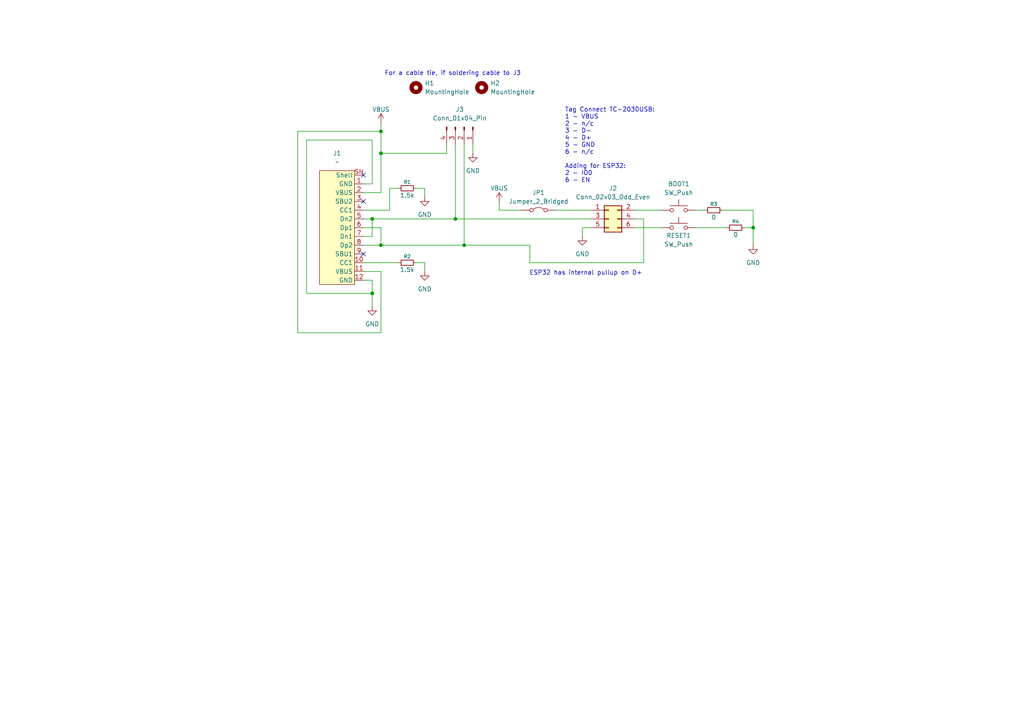
<source format=kicad_sch>
(kicad_sch (version 20250114) (generator "eeschema") (generator_version "9.0")
  (paper "A4")
  (lib_symbols
    (symbol "Connector:Conn_01x04_Pin" (pin_names (offset 1.016) (hide yes))
      (property "Reference" "J" (at 0 5.08 0))
      (property "Value" "Conn_01x04_Pin" (at 0 -7.62 0))
      (symbol "Conn_01x04_Pin_1_1"
        (rectangle (start 0.8636 2.667) (end 0 2.413) (stroke (width 0.1524)) (fill (type outline)))
        (rectangle (start 0.8636 0.127) (end 0 -0.127) (stroke (width 0.1524)) (fill (type outline)))
        (rectangle (start 0.8636 -2.413) (end 0 -2.667) (stroke (width 0.1524)) (fill (type outline)))
        (rectangle (start 0.8636 -4.953) (end 0 -5.207) (stroke (width 0.1524)) (fill (type outline)))
        (polyline (pts (xy 1.27 2.54) (xy 0.8636 2.54)) (stroke (width 0.1524)))
        (polyline (pts (xy 1.27 0) (xy 0.8636 0)) (stroke (width 0.1524)))
        (polyline (pts (xy 1.27 -2.54) (xy 0.8636 -2.54)) (stroke (width 0.1524)))
        (polyline (pts (xy 1.27 -5.08) (xy 0.8636 -5.08)) (stroke (width 0.1524)))
        (pin passive line (at 5.08 2.54 180) (length 3.81) (name "Pin_1") (number "1"))
        (pin passive line (at 5.08 0 180) (length 3.81) (name "Pin_2") (number "2"))
        (pin passive line (at 5.08 -2.54 180) (length 3.81) (name "Pin_3") (number "3"))
        (pin passive line (at 5.08 -5.08 180) (length 3.81) (name "Pin_4") (number "4"))
      )
    )
    (symbol "Connector_Generic:Conn_02x03_Odd_Even" (pin_names (offset 1.016) (hide yes))
      (property "Reference" "J" (at 1.27 5.08 0))
      (property "Value" "Conn_02x03_Odd_Even" (at 1.27 -5.08 0))
      (symbol "Conn_02x03_Odd_Even_1_1"
        (rectangle (start -1.27 3.81) (end 3.81 -3.81) (stroke (width 0.254)) (fill (type background)))
        (rectangle (start -1.27 2.667) (end 0 2.413) (stroke (width 0.1524)))
        (rectangle (start -1.27 0.127) (end 0 -0.127) (stroke (width 0.1524)))
        (rectangle (start -1.27 -2.413) (end 0 -2.667) (stroke (width 0.1524)))
        (rectangle (start 3.81 2.667) (end 2.54 2.413) (stroke (width 0.1524)))
        (rectangle (start 3.81 0.127) (end 2.54 -0.127) (stroke (width 0.1524)))
        (rectangle (start 3.81 -2.413) (end 2.54 -2.667) (stroke (width 0.1524)))
        (pin passive line (at -5.08 2.54 0) (length 3.81) (name "Pin_1") (number "1"))
        (pin passive line (at -5.08 0 0) (length 3.81) (name "Pin_3") (number "3"))
        (pin passive line (at -5.08 -2.54 0) (length 3.81) (name "Pin_5") (number "5"))
        (pin passive line (at 7.62 2.54 180) (length 3.81) (name "Pin_2") (number "2"))
        (pin passive line (at 7.62 0 180) (length 3.81) (name "Pin_4") (number "4"))
        (pin passive line (at 7.62 -2.54 180) (length 3.81) (name "Pin_6") (number "6"))
      )
    )
    (symbol "Device:R_Small" (pin_numbers (hide yes)) (pin_names (offset 0.254) (hide yes))
      (property "Reference" "R" (at 0 0 90))
      (property "Value" "R_Small" (at 1.778 0 90))
      (symbol "R_Small_0_1"
        (rectangle (start -0.762 1.778) (end 0.762 -1.778) (stroke (width 0.2032)))
      )
      (symbol "R_Small_1_1"
        (pin passive line (at 0 2.54 270) (length 0.762) (name "~") (number "1"))
        (pin passive line (at 0 -2.54 90) (length 0.762) (name "~") (number "2"))
      )
    )
    (symbol "Jumper:Jumper_2_Bridged" (pin_numbers (hide yes)) (pin_names (offset 0) (hide yes))
      (property "Reference" "JP" (at 0 1.905 0))
      (property "Value" "Jumper_2_Bridged" (at 0 -2.54 0))
      (symbol "Jumper_2_Bridged_0_0"
        (circle (center -2.032 0) (radius 0.508))
        (circle (center 2.032 0) (radius 0.508))
      )
      (symbol "Jumper_2_Bridged_0_1"
        (arc (start -1.524 0.254) (mid 0 0.762) (end 1.524 0.254))
      )
      (symbol "Jumper_2_Bridged_1_1"
        (pin passive line (at -5.08 0 0) (length 2.54) (name "A") (number "1"))
        (pin passive line (at 5.08 0 180) (length 2.54) (name "B") (number "2"))
      )
    )
    (symbol "Mechanical:MountingHole" (pin_names (offset 1.016)) (in_bom no)
      (property "Reference" "H" (at 0 5.08 0))
      (property "Value" "MountingHole" (at 0 3.175 0))
      (symbol "MountingHole_0_1"
        (circle (center 0 0) (radius 1.27) (stroke (width 1.27)))
      )
    )
    (symbol "Switch:SW_Push" (pin_numbers (hide yes)) (pin_names (offset 1.016) (hide yes))
      (property "Reference" "SW" (at 1.27 2.54 0))
      (property "Value" "SW_Push" (at 0 -1.524 0))
      (symbol "SW_Push_0_1"
        (circle (center -2.032 0) (radius 0.508))
        (polyline (pts (xy 0 1.27) (xy 0 3.048)))
        (circle (center 2.032 0) (radius 0.508))
        (polyline (pts (xy 2.54 1.27) (xy -2.54 1.27)))
        (pin passive line (at -5.08 0 0) (length 2.54) (name "1") (number "1"))
        (pin passive line (at 5.08 0 180) (length 2.54) (name "2") (number "2"))
      )
    )
    (symbol "ianrrees-kicad:aliexpress-usb-c-16p"
      (property "Reference" "J" (at -4.318 -16.764 0))
      (symbol "aliexpress-usb-c-16p_1_1"
        (rectangle (start -5.08 17.78) (end 5.08 -15.24) (fill (type background)))
        (pin bidirectional line (at 7.62 16.51 180) (length 2.54) (name "Shell") (number "SH"))
        (pin bidirectional line (at 7.62 13.97 180) (length 2.54) (name "GND") (number "1"))
        (pin bidirectional line (at 7.62 11.43 180) (length 2.54) (name "VBUS") (number "2"))
        (pin bidirectional line (at 7.62 8.89 180) (length 2.54) (name "SBU2") (number "3"))
        (pin bidirectional line (at 7.62 6.35 180) (length 2.54) (name "CC1") (number "4"))
        (pin bidirectional line (at 7.62 3.81 180) (length 2.54) (name "Dn2") (number "5"))
        (pin bidirectional line (at 7.62 1.27 180) (length 2.54) (name "Dp1") (number "6"))
        (pin bidirectional line (at 7.62 -1.27 180) (length 2.54) (name "Dn1") (number "7"))
        (pin bidirectional line (at 7.62 -3.81 180) (length 2.54) (name "Dp2") (number "8"))
        (pin bidirectional line (at 7.62 -6.35 180) (length 2.54) (name "SBU1") (number "9"))
        (pin bidirectional line (at 7.62 -8.89 180) (length 2.54) (name "CC1") (number "10"))
        (pin bidirectional line (at 7.62 -11.43 180) (length 2.54) (name "VBUS") (number "11"))
        (pin bidirectional line (at 7.62 -13.97 180) (length 2.54) (name "GND") (number "12"))
      )
    )
    (symbol "power:GND" (power) (pin_numbers (hide yes)) (pin_names (offset 0) (hide yes))
      (property "Value" "GND" (at 0 -3.81 0))
      (symbol "GND_0_1"
        (polyline (pts (xy 0 0) (xy 0 -1.27) (xy 1.27 -1.27) (xy 0 -2.54) (xy -1.27 -1.27) (xy 0 -1.27)))
      )
      (symbol "GND_1_1"
        (pin power_in line (at 0 0 270) (length 0) (name "~") (number "1"))
      )
    )
    (symbol "power:VBUS" (power) (pin_numbers (hide yes)) (pin_names (offset 0) (hide yes))
      (property "Value" "VBUS" (at 0 3.556 0))
      (symbol "VBUS_0_1"
        (polyline (pts (xy -0.762 1.27) (xy 0 2.54)))
        (polyline (pts (xy 0 2.54) (xy 0.762 1.27)))
        (polyline (pts (xy 0 0) (xy 0 2.54)))
      )
      (symbol "VBUS_1_1"
        (pin power_in line (at 0 0 90) (length 0) (name "~") (number "1"))
      )
    )
  )
  (text "ESP32 has internal pullup on D+" (at 169.926 79.248 0) (effects (font (size 1.27 1.27))))
  (text "Tag Connect TC-2030USB:\n1 - VBUS\n2 - n/c\n3 - D-\n4 - D+\n5 - GND\n6 - n/c\n\nAdding for ESP32:\n2 - IO0\n6 - EN\n" (at 163.83 42.164 0) (effects (font (size 1.27 1.27)) (justify left)))
  (text "For a cable tie, if soldering cable to J3" (at 131.318 21.336 0) (effects (font (size 1.27 1.27))))
  (junction (at 110.49 71.12))
  (junction (at 107.95 63.5))
  (junction (at 218.44 66.04))
  (junction (at 110.49 44.45))
  (junction (at 110.49 38.1))
  (junction (at 134.62 71.12))
  (junction (at 107.95 85.09))
  (junction (at 132.08 63.5))
  (no_connect (at 105.41 73.66))
  (no_connect (at 105.41 58.42))
  (no_connect (at 105.41 50.8))
  (wire (pts (xy 161.29 60.96) (xy 171.45 60.96)))
  (wire (pts (xy 201.93 66.04) (xy 210.82 66.04)))
  (wire (pts (xy 86.36 38.1) (xy 110.49 38.1)))
  (wire (pts (xy 168.91 66.04) (xy 168.91 68.58)))
  (wire (pts (xy 110.49 66.04) (xy 110.49 71.12)))
  (wire (pts (xy 88.9 85.09) (xy 107.95 85.09)))
  (wire (pts (xy 107.95 85.09) (xy 107.95 88.9)))
  (wire (pts (xy 105.41 60.96) (xy 113.03 60.96)))
  (wire (pts (xy 105.41 53.34) (xy 107.95 53.34)))
  (wire (pts (xy 144.78 58.42) (xy 144.78 60.96)))
  (wire (pts (xy 105.41 81.28) (xy 107.95 81.28)))
  (wire (pts (xy 201.93 60.96) (xy 204.47 60.96)))
  (wire (pts (xy 107.95 40.64) (xy 107.95 53.34)))
  (wire (pts (xy 107.95 63.5) (xy 132.08 63.5)))
  (wire (pts (xy 171.45 66.04) (xy 168.91 66.04)))
  (wire (pts (xy 107.95 63.5) (xy 105.41 63.5)))
  (wire (pts (xy 137.16 41.91) (xy 137.16 44.45)))
  (wire (pts (xy 123.19 76.2) (xy 123.19 78.74)))
  (wire (pts (xy 132.08 63.5) (xy 171.45 63.5)))
  (wire (pts (xy 110.49 35.56) (xy 110.49 38.1)))
  (wire (pts (xy 153.67 76.2) (xy 186.69 76.2)))
  (wire (pts (xy 105.41 68.58) (xy 107.95 68.58)))
  (wire (pts (xy 107.95 68.58) (xy 107.95 63.5)))
  (wire (pts (xy 209.55 60.96) (xy 218.44 60.96)))
  (wire (pts (xy 110.49 38.1) (xy 110.49 44.45)))
  (wire (pts (xy 218.44 60.96) (xy 218.44 66.04)))
  (wire (pts (xy 129.54 44.45) (xy 110.49 44.45)))
  (wire (pts (xy 120.65 54.61) (xy 123.19 54.61)))
  (wire (pts (xy 186.69 63.5) (xy 184.15 63.5)))
  (wire (pts (xy 113.03 60.96) (xy 113.03 54.61)))
  (wire (pts (xy 110.49 44.45) (xy 110.49 55.88)))
  (wire (pts (xy 184.15 60.96) (xy 191.77 60.96)))
  (wire (pts (xy 144.78 60.96) (xy 151.13 60.96)))
  (wire (pts (xy 134.62 71.12) (xy 153.67 71.12)))
  (wire (pts (xy 107.95 40.64) (xy 88.9 40.64)))
  (wire (pts (xy 110.49 71.12) (xy 105.41 71.12)))
  (wire (pts (xy 134.62 41.91) (xy 134.62 71.12)))
  (wire (pts (xy 110.49 71.12) (xy 134.62 71.12)))
  (wire (pts (xy 186.69 76.2) (xy 186.69 63.5)))
  (wire (pts (xy 105.41 76.2) (xy 115.57 76.2)))
  (wire (pts (xy 120.65 76.2) (xy 123.19 76.2)))
  (wire (pts (xy 88.9 40.64) (xy 88.9 85.09)))
  (wire (pts (xy 129.54 41.91) (xy 129.54 44.45)))
  (wire (pts (xy 105.41 78.74) (xy 110.49 78.74)))
  (wire (pts (xy 153.67 76.2) (xy 153.67 71.12)))
  (wire (pts (xy 218.44 66.04) (xy 218.44 71.12)))
  (wire (pts (xy 110.49 78.74) (xy 110.49 96.52)))
  (wire (pts (xy 86.36 96.52) (xy 86.36 38.1)))
  (wire (pts (xy 107.95 81.28) (xy 107.95 85.09)))
  (wire (pts (xy 218.44 66.04) (xy 215.9 66.04)))
  (wire (pts (xy 105.41 66.04) (xy 110.49 66.04)))
  (wire (pts (xy 113.03 54.61) (xy 115.57 54.61)))
  (wire (pts (xy 110.49 55.88) (xy 105.41 55.88)))
  (wire (pts (xy 184.15 66.04) (xy 191.77 66.04)))
  (wire (pts (xy 132.08 41.91) (xy 132.08 63.5)))
  (wire (pts (xy 110.49 96.52) (xy 86.36 96.52)))
  (wire (pts (xy 123.19 54.61) (xy 123.19 57.15)))
  (symbol (lib_id "power:GND") (at 168.91 68.58 0) (unit 1)
    (property "Reference" "#PWR06" (effects (hide yes)))
    (property "Value" "GND" (at 168.91 73.66 0))
    (property "Description" "Power symbol creates a global label with name \"GND\" , ground" (effects (hide yes)))
  )
  (symbol (lib_id "Device:R_Small") (at 118.11 54.61 90) (unit 1)
    (property "Reference" "R1" (at 118.11 52.832 90) (effects (font (size 1.016 1.016))))
    (property "Value" "1.5k" (at 118.11 56.642 90))
    (property "Footprint" "Resistor_SMD:R_0603_1608Metric_Pad0.98x0.95mm_HandSolder" (effects (hide yes)))
    (property "Description" "Resistor, small symbol" (effects (hide yes)))
  )
  (symbol (lib_id "Switch:SW_Push") (at 196.85 66.04 0) (unit 1)
    (property "Reference" "RESET1" (at 196.85 68.326 0))
    (property "Value" "SW_Push" (at 196.85 70.866 0))
    (property "Footprint" "Button_Switch_SMD:SW_Push_1P1T_NO_E-Switch_TL3301NxxxxxG" (effects (hide yes)))
    (property "Description" "Push button switch, generic, two pins" (effects (hide yes)))
  )
  (symbol (lib_id "Device:R_Small") (at 207.01 60.96 90) (unit 1)
    (property "Reference" "R3" (at 207.01 59.182 90) (effects (font (size 1.016 1.016))))
    (property "Value" "0" (at 207.01 62.992 90))
    (property "Footprint" "Resistor_SMD:R_0603_1608Metric_Pad0.98x0.95mm_HandSolder" (effects (hide yes)))
    (property "Description" "Resistor, small symbol" (effects (hide yes)))
  )
  (symbol (lib_id "power:GND") (at 137.16 44.45 0) (unit 1)
    (property "Reference" "#PWR08" (effects (hide yes)))
    (property "Value" "GND" (at 137.16 49.53 0))
    (property "Description" "Power symbol creates a global label with name \"GND\" , ground" (effects (hide yes)))
  )
  (symbol (lib_id "Connector_Generic:Conn_02x03_Odd_Even") (at 176.53 63.5 0) (unit 1)
    (property "Reference" "J2" (at 177.8 54.61 0))
    (property "Value" "Conn_02x03_Odd_Even" (at 177.8 57.15 0))
    (property "Footprint" "Connector_IDC:IDC-Header_2x03_P2.54mm_Vertical" (effects (hide yes)))
    (property "Description" "Generic connector, double row, 02x03, odd/even pin numbering scheme (row 1 odd numbers, row 2 even numbers), script generated (kicad-library-utils/schlib/autogen/connector/)" (effects (hide yes)))
  )
  (symbol (lib_id "Mechanical:MountingHole") (at 120.65 25.4 0) (unit 1) (in_bom no)
    (property "Reference" "H1" (at 123.19 24.1299 0) (effects (justify left)))
    (property "Value" "MountingHole" (at 123.19 26.6699 0) (effects (justify left)))
    (property "Footprint" "MountingHole:MountingHole_3mm" (effects (hide yes)))
    (property "Description" "Mounting Hole without connection" (effects (hide yes)))
  )
  (symbol (lib_id "Mechanical:MountingHole") (at 139.7 25.4 0) (unit 1) (in_bom no)
    (property "Reference" "H2" (at 142.24 24.1299 0) (effects (justify left)))
    (property "Value" "MountingHole" (at 142.24 26.6699 0) (effects (justify left)))
    (property "Footprint" "MountingHole:MountingHole_3mm" (effects (hide yes)))
    (property "Description" "Mounting Hole without connection" (effects (hide yes)))
  )
  (symbol (lib_id "power:VBUS") (at 144.78 58.42 0) (unit 1)
    (property "Reference" "#PWR05" (effects (hide yes)))
    (property "Value" "VBUS" (at 144.78 54.61 0))
    (property "Description" "Power symbol creates a global label with name \"VBUS\"" (effects (hide yes)))
  )
  (symbol (lib_id "ianrrees-kicad:aliexpress-usb-c-16p") (at 97.79 67.31 0) (unit 1)
    (property "Reference" "J1" (at 97.79 44.45 0))
    (property "Value" "~" (at 97.79 46.99 0))
    (property "Footprint" "connectors:USB-C 16 pin socket" (effects (hide yes)))
  )
  (symbol (lib_id "Device:R_Small") (at 118.11 76.2 90) (unit 1)
    (property "Reference" "R2" (at 118.11 74.422 90) (effects (font (size 1.016 1.016))))
    (property "Value" "1.5k" (at 118.11 78.232 90))
    (property "Footprint" "Resistor_SMD:R_0603_1608Metric_Pad0.98x0.95mm_HandSolder" (effects (hide yes)))
    (property "Description" "Resistor, small symbol" (effects (hide yes)))
  )
  (symbol (lib_id "power:GND") (at 123.19 57.15 0) (unit 1)
    (property "Reference" "#PWR03" (effects (hide yes)))
    (property "Value" "GND" (at 123.19 62.23 0))
    (property "Description" "Power symbol creates a global label with name \"GND\" , ground" (effects (hide yes)))
  )
  (symbol (lib_id "power:VBUS") (at 110.49 35.56 0) (unit 1)
    (property "Reference" "#PWR02" (effects (hide yes)))
    (property "Value" "VBUS" (at 110.49 31.75 0))
    (property "Description" "Power symbol creates a global label with name \"VBUS\"" (effects (hide yes)))
  )
  (symbol (lib_id "power:GND") (at 218.44 71.12 0) (unit 1)
    (property "Reference" "#PWR07" (effects (hide yes)))
    (property "Value" "GND" (at 218.44 76.2 0))
    (property "Description" "Power symbol creates a global label with name \"GND\" , ground" (effects (hide yes)))
  )
  (symbol (lib_id "power:GND") (at 107.95 88.9 0) (unit 1)
    (property "Reference" "#PWR01" (effects (hide yes)))
    (property "Value" "GND" (at 107.95 93.98 0))
    (property "Description" "Power symbol creates a global label with name \"GND\" , ground" (effects (hide yes)))
  )
  (symbol (lib_id "Switch:SW_Push") (at 196.85 60.96 0) (unit 1)
    (property "Reference" "BOOT1" (at 196.85 53.34 0))
    (property "Value" "SW_Push" (at 196.85 55.88 0))
    (property "Footprint" "Button_Switch_SMD:SW_Push_1P1T_NO_E-Switch_TL3301NxxxxxG" (effects (hide yes)))
    (property "Description" "Push button switch, generic, two pins" (effects (hide yes)))
  )
  (symbol (lib_id "Jumper:Jumper_2_Bridged") (at 156.21 60.96 0) (unit 1)
    (property "Reference" "JP1" (at 156.21 55.88 0))
    (property "Value" "Jumper_2_Bridged" (at 156.21 58.42 0))
    (property "Footprint" "Jumper:SolderJumper-2_P1.3mm_Bridged_RoundedPad1.0x1.5mm" (effects (hide yes)))
    (property "Description" "Jumper, 2-pole, closed/bridged" (effects (hide yes)))
  )
  (symbol (lib_id "Connector:Conn_01x04_Pin") (at 134.62 36.83 270) (unit 1)
    (property "Reference" "J3" (at 133.35 31.75 90))
    (property "Value" "Conn_01x04_Pin" (at 133.35 34.29 90))
    (property "Footprint" "Connector_PinHeader_2.54mm:PinHeader_1x04_P2.54mm_Vertical" (effects (hide yes)))
    (property "Description" "Generic connector, single row, 01x04, script generated" (effects (hide yes)))
  )
  (symbol (lib_id "Device:R_Small") (at 213.36 66.04 90) (unit 1)
    (property "Reference" "R4" (at 213.36 64.262 90) (effects (font (size 1.016 1.016))))
    (property "Value" "0" (at 213.36 68.072 90))
    (property "Footprint" "Resistor_SMD:R_0603_1608Metric_Pad0.98x0.95mm_HandSolder" (effects (hide yes)))
    (property "Description" "Resistor, small symbol" (effects (hide yes)))
  )
  (symbol (lib_id "power:GND") (at 123.19 78.74 0) (unit 1)
    (property "Reference" "#PWR04" (effects (hide yes)))
    (property "Value" "GND" (at 123.19 83.82 0))
    (property "Description" "Power symbol creates a global label with name \"GND\" , ground" (effects (hide yes)))
  )
)
</source>
